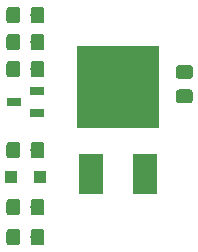
<source format=gbr>
G04 #@! TF.GenerationSoftware,KiCad,Pcbnew,(5.1.2)-2*
G04 #@! TF.CreationDate,2019-11-06T08:40:08+07:00*
G04 #@! TF.ProjectId,ph_vresistor_pos_sensor_board_hw,70685f76-7265-4736-9973-746f725f706f,rev?*
G04 #@! TF.SameCoordinates,Original*
G04 #@! TF.FileFunction,Paste,Top*
G04 #@! TF.FilePolarity,Positive*
%FSLAX46Y46*%
G04 Gerber Fmt 4.6, Leading zero omitted, Abs format (unit mm)*
G04 Created by KiCad (PCBNEW (5.1.2)-2) date 2019-11-06 08:40:08*
%MOMM*%
%LPD*%
G04 APERTURE LIST*
%ADD10C,0.100000*%
%ADD11C,1.150000*%
%ADD12R,1.000000X1.000000*%
%ADD13R,2.000000X3.500000*%
%ADD14R,7.000000X7.000000*%
%ADD15R,1.254000X0.800100*%
G04 APERTURE END LIST*
D10*
G36*
X109306505Y-92265204D02*
G01*
X109330773Y-92268804D01*
X109354572Y-92274765D01*
X109377671Y-92283030D01*
X109399850Y-92293520D01*
X109420893Y-92306132D01*
X109440599Y-92320747D01*
X109458777Y-92337223D01*
X109475253Y-92355401D01*
X109489868Y-92375107D01*
X109502480Y-92396150D01*
X109512970Y-92418329D01*
X109521235Y-92441428D01*
X109527196Y-92465227D01*
X109530796Y-92489495D01*
X109532000Y-92513999D01*
X109532000Y-93414001D01*
X109530796Y-93438505D01*
X109527196Y-93462773D01*
X109521235Y-93486572D01*
X109512970Y-93509671D01*
X109502480Y-93531850D01*
X109489868Y-93552893D01*
X109475253Y-93572599D01*
X109458777Y-93590777D01*
X109440599Y-93607253D01*
X109420893Y-93621868D01*
X109399850Y-93634480D01*
X109377671Y-93644970D01*
X109354572Y-93653235D01*
X109330773Y-93659196D01*
X109306505Y-93662796D01*
X109282001Y-93664000D01*
X108631999Y-93664000D01*
X108607495Y-93662796D01*
X108583227Y-93659196D01*
X108559428Y-93653235D01*
X108536329Y-93644970D01*
X108514150Y-93634480D01*
X108493107Y-93621868D01*
X108473401Y-93607253D01*
X108455223Y-93590777D01*
X108438747Y-93572599D01*
X108424132Y-93552893D01*
X108411520Y-93531850D01*
X108401030Y-93509671D01*
X108392765Y-93486572D01*
X108386804Y-93462773D01*
X108383204Y-93438505D01*
X108382000Y-93414001D01*
X108382000Y-92513999D01*
X108383204Y-92489495D01*
X108386804Y-92465227D01*
X108392765Y-92441428D01*
X108401030Y-92418329D01*
X108411520Y-92396150D01*
X108424132Y-92375107D01*
X108438747Y-92355401D01*
X108455223Y-92337223D01*
X108473401Y-92320747D01*
X108493107Y-92306132D01*
X108514150Y-92293520D01*
X108536329Y-92283030D01*
X108559428Y-92274765D01*
X108583227Y-92268804D01*
X108607495Y-92265204D01*
X108631999Y-92264000D01*
X109282001Y-92264000D01*
X109306505Y-92265204D01*
X109306505Y-92265204D01*
G37*
D11*
X108957000Y-92964000D03*
D10*
G36*
X111356505Y-92265204D02*
G01*
X111380773Y-92268804D01*
X111404572Y-92274765D01*
X111427671Y-92283030D01*
X111449850Y-92293520D01*
X111470893Y-92306132D01*
X111490599Y-92320747D01*
X111508777Y-92337223D01*
X111525253Y-92355401D01*
X111539868Y-92375107D01*
X111552480Y-92396150D01*
X111562970Y-92418329D01*
X111571235Y-92441428D01*
X111577196Y-92465227D01*
X111580796Y-92489495D01*
X111582000Y-92513999D01*
X111582000Y-93414001D01*
X111580796Y-93438505D01*
X111577196Y-93462773D01*
X111571235Y-93486572D01*
X111562970Y-93509671D01*
X111552480Y-93531850D01*
X111539868Y-93552893D01*
X111525253Y-93572599D01*
X111508777Y-93590777D01*
X111490599Y-93607253D01*
X111470893Y-93621868D01*
X111449850Y-93634480D01*
X111427671Y-93644970D01*
X111404572Y-93653235D01*
X111380773Y-93659196D01*
X111356505Y-93662796D01*
X111332001Y-93664000D01*
X110681999Y-93664000D01*
X110657495Y-93662796D01*
X110633227Y-93659196D01*
X110609428Y-93653235D01*
X110586329Y-93644970D01*
X110564150Y-93634480D01*
X110543107Y-93621868D01*
X110523401Y-93607253D01*
X110505223Y-93590777D01*
X110488747Y-93572599D01*
X110474132Y-93552893D01*
X110461520Y-93531850D01*
X110451030Y-93509671D01*
X110442765Y-93486572D01*
X110436804Y-93462773D01*
X110433204Y-93438505D01*
X110432000Y-93414001D01*
X110432000Y-92513999D01*
X110433204Y-92489495D01*
X110436804Y-92465227D01*
X110442765Y-92441428D01*
X110451030Y-92418329D01*
X110461520Y-92396150D01*
X110474132Y-92375107D01*
X110488747Y-92355401D01*
X110505223Y-92337223D01*
X110523401Y-92320747D01*
X110543107Y-92306132D01*
X110564150Y-92293520D01*
X110586329Y-92283030D01*
X110609428Y-92274765D01*
X110633227Y-92268804D01*
X110657495Y-92265204D01*
X110681999Y-92264000D01*
X111332001Y-92264000D01*
X111356505Y-92265204D01*
X111356505Y-92265204D01*
G37*
D11*
X111007000Y-92964000D03*
D10*
G36*
X109306505Y-73469204D02*
G01*
X109330773Y-73472804D01*
X109354572Y-73478765D01*
X109377671Y-73487030D01*
X109399850Y-73497520D01*
X109420893Y-73510132D01*
X109440599Y-73524747D01*
X109458777Y-73541223D01*
X109475253Y-73559401D01*
X109489868Y-73579107D01*
X109502480Y-73600150D01*
X109512970Y-73622329D01*
X109521235Y-73645428D01*
X109527196Y-73669227D01*
X109530796Y-73693495D01*
X109532000Y-73717999D01*
X109532000Y-74618001D01*
X109530796Y-74642505D01*
X109527196Y-74666773D01*
X109521235Y-74690572D01*
X109512970Y-74713671D01*
X109502480Y-74735850D01*
X109489868Y-74756893D01*
X109475253Y-74776599D01*
X109458777Y-74794777D01*
X109440599Y-74811253D01*
X109420893Y-74825868D01*
X109399850Y-74838480D01*
X109377671Y-74848970D01*
X109354572Y-74857235D01*
X109330773Y-74863196D01*
X109306505Y-74866796D01*
X109282001Y-74868000D01*
X108631999Y-74868000D01*
X108607495Y-74866796D01*
X108583227Y-74863196D01*
X108559428Y-74857235D01*
X108536329Y-74848970D01*
X108514150Y-74838480D01*
X108493107Y-74825868D01*
X108473401Y-74811253D01*
X108455223Y-74794777D01*
X108438747Y-74776599D01*
X108424132Y-74756893D01*
X108411520Y-74735850D01*
X108401030Y-74713671D01*
X108392765Y-74690572D01*
X108386804Y-74666773D01*
X108383204Y-74642505D01*
X108382000Y-74618001D01*
X108382000Y-73717999D01*
X108383204Y-73693495D01*
X108386804Y-73669227D01*
X108392765Y-73645428D01*
X108401030Y-73622329D01*
X108411520Y-73600150D01*
X108424132Y-73579107D01*
X108438747Y-73559401D01*
X108455223Y-73541223D01*
X108473401Y-73524747D01*
X108493107Y-73510132D01*
X108514150Y-73497520D01*
X108536329Y-73487030D01*
X108559428Y-73478765D01*
X108583227Y-73472804D01*
X108607495Y-73469204D01*
X108631999Y-73468000D01*
X109282001Y-73468000D01*
X109306505Y-73469204D01*
X109306505Y-73469204D01*
G37*
D11*
X108957000Y-74168000D03*
D10*
G36*
X111356505Y-73469204D02*
G01*
X111380773Y-73472804D01*
X111404572Y-73478765D01*
X111427671Y-73487030D01*
X111449850Y-73497520D01*
X111470893Y-73510132D01*
X111490599Y-73524747D01*
X111508777Y-73541223D01*
X111525253Y-73559401D01*
X111539868Y-73579107D01*
X111552480Y-73600150D01*
X111562970Y-73622329D01*
X111571235Y-73645428D01*
X111577196Y-73669227D01*
X111580796Y-73693495D01*
X111582000Y-73717999D01*
X111582000Y-74618001D01*
X111580796Y-74642505D01*
X111577196Y-74666773D01*
X111571235Y-74690572D01*
X111562970Y-74713671D01*
X111552480Y-74735850D01*
X111539868Y-74756893D01*
X111525253Y-74776599D01*
X111508777Y-74794777D01*
X111490599Y-74811253D01*
X111470893Y-74825868D01*
X111449850Y-74838480D01*
X111427671Y-74848970D01*
X111404572Y-74857235D01*
X111380773Y-74863196D01*
X111356505Y-74866796D01*
X111332001Y-74868000D01*
X110681999Y-74868000D01*
X110657495Y-74866796D01*
X110633227Y-74863196D01*
X110609428Y-74857235D01*
X110586329Y-74848970D01*
X110564150Y-74838480D01*
X110543107Y-74825868D01*
X110523401Y-74811253D01*
X110505223Y-74794777D01*
X110488747Y-74776599D01*
X110474132Y-74756893D01*
X110461520Y-74735850D01*
X110451030Y-74713671D01*
X110442765Y-74690572D01*
X110436804Y-74666773D01*
X110433204Y-74642505D01*
X110432000Y-74618001D01*
X110432000Y-73717999D01*
X110433204Y-73693495D01*
X110436804Y-73669227D01*
X110442765Y-73645428D01*
X110451030Y-73622329D01*
X110461520Y-73600150D01*
X110474132Y-73579107D01*
X110488747Y-73559401D01*
X110505223Y-73541223D01*
X110523401Y-73524747D01*
X110543107Y-73510132D01*
X110564150Y-73497520D01*
X110586329Y-73487030D01*
X110609428Y-73478765D01*
X110633227Y-73472804D01*
X110657495Y-73469204D01*
X110681999Y-73468000D01*
X111332001Y-73468000D01*
X111356505Y-73469204D01*
X111356505Y-73469204D01*
G37*
D11*
X111007000Y-74168000D03*
D10*
G36*
X109306505Y-78041204D02*
G01*
X109330773Y-78044804D01*
X109354572Y-78050765D01*
X109377671Y-78059030D01*
X109399850Y-78069520D01*
X109420893Y-78082132D01*
X109440599Y-78096747D01*
X109458777Y-78113223D01*
X109475253Y-78131401D01*
X109489868Y-78151107D01*
X109502480Y-78172150D01*
X109512970Y-78194329D01*
X109521235Y-78217428D01*
X109527196Y-78241227D01*
X109530796Y-78265495D01*
X109532000Y-78289999D01*
X109532000Y-79190001D01*
X109530796Y-79214505D01*
X109527196Y-79238773D01*
X109521235Y-79262572D01*
X109512970Y-79285671D01*
X109502480Y-79307850D01*
X109489868Y-79328893D01*
X109475253Y-79348599D01*
X109458777Y-79366777D01*
X109440599Y-79383253D01*
X109420893Y-79397868D01*
X109399850Y-79410480D01*
X109377671Y-79420970D01*
X109354572Y-79429235D01*
X109330773Y-79435196D01*
X109306505Y-79438796D01*
X109282001Y-79440000D01*
X108631999Y-79440000D01*
X108607495Y-79438796D01*
X108583227Y-79435196D01*
X108559428Y-79429235D01*
X108536329Y-79420970D01*
X108514150Y-79410480D01*
X108493107Y-79397868D01*
X108473401Y-79383253D01*
X108455223Y-79366777D01*
X108438747Y-79348599D01*
X108424132Y-79328893D01*
X108411520Y-79307850D01*
X108401030Y-79285671D01*
X108392765Y-79262572D01*
X108386804Y-79238773D01*
X108383204Y-79214505D01*
X108382000Y-79190001D01*
X108382000Y-78289999D01*
X108383204Y-78265495D01*
X108386804Y-78241227D01*
X108392765Y-78217428D01*
X108401030Y-78194329D01*
X108411520Y-78172150D01*
X108424132Y-78151107D01*
X108438747Y-78131401D01*
X108455223Y-78113223D01*
X108473401Y-78096747D01*
X108493107Y-78082132D01*
X108514150Y-78069520D01*
X108536329Y-78059030D01*
X108559428Y-78050765D01*
X108583227Y-78044804D01*
X108607495Y-78041204D01*
X108631999Y-78040000D01*
X109282001Y-78040000D01*
X109306505Y-78041204D01*
X109306505Y-78041204D01*
G37*
D11*
X108957000Y-78740000D03*
D10*
G36*
X111356505Y-78041204D02*
G01*
X111380773Y-78044804D01*
X111404572Y-78050765D01*
X111427671Y-78059030D01*
X111449850Y-78069520D01*
X111470893Y-78082132D01*
X111490599Y-78096747D01*
X111508777Y-78113223D01*
X111525253Y-78131401D01*
X111539868Y-78151107D01*
X111552480Y-78172150D01*
X111562970Y-78194329D01*
X111571235Y-78217428D01*
X111577196Y-78241227D01*
X111580796Y-78265495D01*
X111582000Y-78289999D01*
X111582000Y-79190001D01*
X111580796Y-79214505D01*
X111577196Y-79238773D01*
X111571235Y-79262572D01*
X111562970Y-79285671D01*
X111552480Y-79307850D01*
X111539868Y-79328893D01*
X111525253Y-79348599D01*
X111508777Y-79366777D01*
X111490599Y-79383253D01*
X111470893Y-79397868D01*
X111449850Y-79410480D01*
X111427671Y-79420970D01*
X111404572Y-79429235D01*
X111380773Y-79435196D01*
X111356505Y-79438796D01*
X111332001Y-79440000D01*
X110681999Y-79440000D01*
X110657495Y-79438796D01*
X110633227Y-79435196D01*
X110609428Y-79429235D01*
X110586329Y-79420970D01*
X110564150Y-79410480D01*
X110543107Y-79397868D01*
X110523401Y-79383253D01*
X110505223Y-79366777D01*
X110488747Y-79348599D01*
X110474132Y-79328893D01*
X110461520Y-79307850D01*
X110451030Y-79285671D01*
X110442765Y-79262572D01*
X110436804Y-79238773D01*
X110433204Y-79214505D01*
X110432000Y-79190001D01*
X110432000Y-78289999D01*
X110433204Y-78265495D01*
X110436804Y-78241227D01*
X110442765Y-78217428D01*
X110451030Y-78194329D01*
X110461520Y-78172150D01*
X110474132Y-78151107D01*
X110488747Y-78131401D01*
X110505223Y-78113223D01*
X110523401Y-78096747D01*
X110543107Y-78082132D01*
X110564150Y-78069520D01*
X110586329Y-78059030D01*
X110609428Y-78050765D01*
X110633227Y-78044804D01*
X110657495Y-78041204D01*
X110681999Y-78040000D01*
X111332001Y-78040000D01*
X111356505Y-78041204D01*
X111356505Y-78041204D01*
G37*
D11*
X111007000Y-78740000D03*
D12*
X108732000Y-87884000D03*
X111232000Y-87884000D03*
D10*
G36*
X123918505Y-78411204D02*
G01*
X123942773Y-78414804D01*
X123966572Y-78420765D01*
X123989671Y-78429030D01*
X124011850Y-78439520D01*
X124032893Y-78452132D01*
X124052599Y-78466747D01*
X124070777Y-78483223D01*
X124087253Y-78501401D01*
X124101868Y-78521107D01*
X124114480Y-78542150D01*
X124124970Y-78564329D01*
X124133235Y-78587428D01*
X124139196Y-78611227D01*
X124142796Y-78635495D01*
X124144000Y-78659999D01*
X124144000Y-79310001D01*
X124142796Y-79334505D01*
X124139196Y-79358773D01*
X124133235Y-79382572D01*
X124124970Y-79405671D01*
X124114480Y-79427850D01*
X124101868Y-79448893D01*
X124087253Y-79468599D01*
X124070777Y-79486777D01*
X124052599Y-79503253D01*
X124032893Y-79517868D01*
X124011850Y-79530480D01*
X123989671Y-79540970D01*
X123966572Y-79549235D01*
X123942773Y-79555196D01*
X123918505Y-79558796D01*
X123894001Y-79560000D01*
X122993999Y-79560000D01*
X122969495Y-79558796D01*
X122945227Y-79555196D01*
X122921428Y-79549235D01*
X122898329Y-79540970D01*
X122876150Y-79530480D01*
X122855107Y-79517868D01*
X122835401Y-79503253D01*
X122817223Y-79486777D01*
X122800747Y-79468599D01*
X122786132Y-79448893D01*
X122773520Y-79427850D01*
X122763030Y-79405671D01*
X122754765Y-79382572D01*
X122748804Y-79358773D01*
X122745204Y-79334505D01*
X122744000Y-79310001D01*
X122744000Y-78659999D01*
X122745204Y-78635495D01*
X122748804Y-78611227D01*
X122754765Y-78587428D01*
X122763030Y-78564329D01*
X122773520Y-78542150D01*
X122786132Y-78521107D01*
X122800747Y-78501401D01*
X122817223Y-78483223D01*
X122835401Y-78466747D01*
X122855107Y-78452132D01*
X122876150Y-78439520D01*
X122898329Y-78429030D01*
X122921428Y-78420765D01*
X122945227Y-78414804D01*
X122969495Y-78411204D01*
X122993999Y-78410000D01*
X123894001Y-78410000D01*
X123918505Y-78411204D01*
X123918505Y-78411204D01*
G37*
D11*
X123444000Y-78985000D03*
D10*
G36*
X123918505Y-80461204D02*
G01*
X123942773Y-80464804D01*
X123966572Y-80470765D01*
X123989671Y-80479030D01*
X124011850Y-80489520D01*
X124032893Y-80502132D01*
X124052599Y-80516747D01*
X124070777Y-80533223D01*
X124087253Y-80551401D01*
X124101868Y-80571107D01*
X124114480Y-80592150D01*
X124124970Y-80614329D01*
X124133235Y-80637428D01*
X124139196Y-80661227D01*
X124142796Y-80685495D01*
X124144000Y-80709999D01*
X124144000Y-81360001D01*
X124142796Y-81384505D01*
X124139196Y-81408773D01*
X124133235Y-81432572D01*
X124124970Y-81455671D01*
X124114480Y-81477850D01*
X124101868Y-81498893D01*
X124087253Y-81518599D01*
X124070777Y-81536777D01*
X124052599Y-81553253D01*
X124032893Y-81567868D01*
X124011850Y-81580480D01*
X123989671Y-81590970D01*
X123966572Y-81599235D01*
X123942773Y-81605196D01*
X123918505Y-81608796D01*
X123894001Y-81610000D01*
X122993999Y-81610000D01*
X122969495Y-81608796D01*
X122945227Y-81605196D01*
X122921428Y-81599235D01*
X122898329Y-81590970D01*
X122876150Y-81580480D01*
X122855107Y-81567868D01*
X122835401Y-81553253D01*
X122817223Y-81536777D01*
X122800747Y-81518599D01*
X122786132Y-81498893D01*
X122773520Y-81477850D01*
X122763030Y-81455671D01*
X122754765Y-81432572D01*
X122748804Y-81408773D01*
X122745204Y-81384505D01*
X122744000Y-81360001D01*
X122744000Y-80709999D01*
X122745204Y-80685495D01*
X122748804Y-80661227D01*
X122754765Y-80637428D01*
X122763030Y-80614329D01*
X122773520Y-80592150D01*
X122786132Y-80571107D01*
X122800747Y-80551401D01*
X122817223Y-80533223D01*
X122835401Y-80516747D01*
X122855107Y-80502132D01*
X122876150Y-80489520D01*
X122898329Y-80479030D01*
X122921428Y-80470765D01*
X122945227Y-80464804D01*
X122969495Y-80461204D01*
X122993999Y-80460000D01*
X123894001Y-80460000D01*
X123918505Y-80461204D01*
X123918505Y-80461204D01*
G37*
D11*
X123444000Y-81035000D03*
D10*
G36*
X109306505Y-89725204D02*
G01*
X109330773Y-89728804D01*
X109354572Y-89734765D01*
X109377671Y-89743030D01*
X109399850Y-89753520D01*
X109420893Y-89766132D01*
X109440599Y-89780747D01*
X109458777Y-89797223D01*
X109475253Y-89815401D01*
X109489868Y-89835107D01*
X109502480Y-89856150D01*
X109512970Y-89878329D01*
X109521235Y-89901428D01*
X109527196Y-89925227D01*
X109530796Y-89949495D01*
X109532000Y-89973999D01*
X109532000Y-90874001D01*
X109530796Y-90898505D01*
X109527196Y-90922773D01*
X109521235Y-90946572D01*
X109512970Y-90969671D01*
X109502480Y-90991850D01*
X109489868Y-91012893D01*
X109475253Y-91032599D01*
X109458777Y-91050777D01*
X109440599Y-91067253D01*
X109420893Y-91081868D01*
X109399850Y-91094480D01*
X109377671Y-91104970D01*
X109354572Y-91113235D01*
X109330773Y-91119196D01*
X109306505Y-91122796D01*
X109282001Y-91124000D01*
X108631999Y-91124000D01*
X108607495Y-91122796D01*
X108583227Y-91119196D01*
X108559428Y-91113235D01*
X108536329Y-91104970D01*
X108514150Y-91094480D01*
X108493107Y-91081868D01*
X108473401Y-91067253D01*
X108455223Y-91050777D01*
X108438747Y-91032599D01*
X108424132Y-91012893D01*
X108411520Y-90991850D01*
X108401030Y-90969671D01*
X108392765Y-90946572D01*
X108386804Y-90922773D01*
X108383204Y-90898505D01*
X108382000Y-90874001D01*
X108382000Y-89973999D01*
X108383204Y-89949495D01*
X108386804Y-89925227D01*
X108392765Y-89901428D01*
X108401030Y-89878329D01*
X108411520Y-89856150D01*
X108424132Y-89835107D01*
X108438747Y-89815401D01*
X108455223Y-89797223D01*
X108473401Y-89780747D01*
X108493107Y-89766132D01*
X108514150Y-89753520D01*
X108536329Y-89743030D01*
X108559428Y-89734765D01*
X108583227Y-89728804D01*
X108607495Y-89725204D01*
X108631999Y-89724000D01*
X109282001Y-89724000D01*
X109306505Y-89725204D01*
X109306505Y-89725204D01*
G37*
D11*
X108957000Y-90424000D03*
D10*
G36*
X111356505Y-89725204D02*
G01*
X111380773Y-89728804D01*
X111404572Y-89734765D01*
X111427671Y-89743030D01*
X111449850Y-89753520D01*
X111470893Y-89766132D01*
X111490599Y-89780747D01*
X111508777Y-89797223D01*
X111525253Y-89815401D01*
X111539868Y-89835107D01*
X111552480Y-89856150D01*
X111562970Y-89878329D01*
X111571235Y-89901428D01*
X111577196Y-89925227D01*
X111580796Y-89949495D01*
X111582000Y-89973999D01*
X111582000Y-90874001D01*
X111580796Y-90898505D01*
X111577196Y-90922773D01*
X111571235Y-90946572D01*
X111562970Y-90969671D01*
X111552480Y-90991850D01*
X111539868Y-91012893D01*
X111525253Y-91032599D01*
X111508777Y-91050777D01*
X111490599Y-91067253D01*
X111470893Y-91081868D01*
X111449850Y-91094480D01*
X111427671Y-91104970D01*
X111404572Y-91113235D01*
X111380773Y-91119196D01*
X111356505Y-91122796D01*
X111332001Y-91124000D01*
X110681999Y-91124000D01*
X110657495Y-91122796D01*
X110633227Y-91119196D01*
X110609428Y-91113235D01*
X110586329Y-91104970D01*
X110564150Y-91094480D01*
X110543107Y-91081868D01*
X110523401Y-91067253D01*
X110505223Y-91050777D01*
X110488747Y-91032599D01*
X110474132Y-91012893D01*
X110461520Y-90991850D01*
X110451030Y-90969671D01*
X110442765Y-90946572D01*
X110436804Y-90922773D01*
X110433204Y-90898505D01*
X110432000Y-90874001D01*
X110432000Y-89973999D01*
X110433204Y-89949495D01*
X110436804Y-89925227D01*
X110442765Y-89901428D01*
X110451030Y-89878329D01*
X110461520Y-89856150D01*
X110474132Y-89835107D01*
X110488747Y-89815401D01*
X110505223Y-89797223D01*
X110523401Y-89780747D01*
X110543107Y-89766132D01*
X110564150Y-89753520D01*
X110586329Y-89743030D01*
X110609428Y-89734765D01*
X110633227Y-89728804D01*
X110657495Y-89725204D01*
X110681999Y-89724000D01*
X111332001Y-89724000D01*
X111356505Y-89725204D01*
X111356505Y-89725204D01*
G37*
D11*
X111007000Y-90424000D03*
D10*
G36*
X109306505Y-75755204D02*
G01*
X109330773Y-75758804D01*
X109354572Y-75764765D01*
X109377671Y-75773030D01*
X109399850Y-75783520D01*
X109420893Y-75796132D01*
X109440599Y-75810747D01*
X109458777Y-75827223D01*
X109475253Y-75845401D01*
X109489868Y-75865107D01*
X109502480Y-75886150D01*
X109512970Y-75908329D01*
X109521235Y-75931428D01*
X109527196Y-75955227D01*
X109530796Y-75979495D01*
X109532000Y-76003999D01*
X109532000Y-76904001D01*
X109530796Y-76928505D01*
X109527196Y-76952773D01*
X109521235Y-76976572D01*
X109512970Y-76999671D01*
X109502480Y-77021850D01*
X109489868Y-77042893D01*
X109475253Y-77062599D01*
X109458777Y-77080777D01*
X109440599Y-77097253D01*
X109420893Y-77111868D01*
X109399850Y-77124480D01*
X109377671Y-77134970D01*
X109354572Y-77143235D01*
X109330773Y-77149196D01*
X109306505Y-77152796D01*
X109282001Y-77154000D01*
X108631999Y-77154000D01*
X108607495Y-77152796D01*
X108583227Y-77149196D01*
X108559428Y-77143235D01*
X108536329Y-77134970D01*
X108514150Y-77124480D01*
X108493107Y-77111868D01*
X108473401Y-77097253D01*
X108455223Y-77080777D01*
X108438747Y-77062599D01*
X108424132Y-77042893D01*
X108411520Y-77021850D01*
X108401030Y-76999671D01*
X108392765Y-76976572D01*
X108386804Y-76952773D01*
X108383204Y-76928505D01*
X108382000Y-76904001D01*
X108382000Y-76003999D01*
X108383204Y-75979495D01*
X108386804Y-75955227D01*
X108392765Y-75931428D01*
X108401030Y-75908329D01*
X108411520Y-75886150D01*
X108424132Y-75865107D01*
X108438747Y-75845401D01*
X108455223Y-75827223D01*
X108473401Y-75810747D01*
X108493107Y-75796132D01*
X108514150Y-75783520D01*
X108536329Y-75773030D01*
X108559428Y-75764765D01*
X108583227Y-75758804D01*
X108607495Y-75755204D01*
X108631999Y-75754000D01*
X109282001Y-75754000D01*
X109306505Y-75755204D01*
X109306505Y-75755204D01*
G37*
D11*
X108957000Y-76454000D03*
D10*
G36*
X111356505Y-75755204D02*
G01*
X111380773Y-75758804D01*
X111404572Y-75764765D01*
X111427671Y-75773030D01*
X111449850Y-75783520D01*
X111470893Y-75796132D01*
X111490599Y-75810747D01*
X111508777Y-75827223D01*
X111525253Y-75845401D01*
X111539868Y-75865107D01*
X111552480Y-75886150D01*
X111562970Y-75908329D01*
X111571235Y-75931428D01*
X111577196Y-75955227D01*
X111580796Y-75979495D01*
X111582000Y-76003999D01*
X111582000Y-76904001D01*
X111580796Y-76928505D01*
X111577196Y-76952773D01*
X111571235Y-76976572D01*
X111562970Y-76999671D01*
X111552480Y-77021850D01*
X111539868Y-77042893D01*
X111525253Y-77062599D01*
X111508777Y-77080777D01*
X111490599Y-77097253D01*
X111470893Y-77111868D01*
X111449850Y-77124480D01*
X111427671Y-77134970D01*
X111404572Y-77143235D01*
X111380773Y-77149196D01*
X111356505Y-77152796D01*
X111332001Y-77154000D01*
X110681999Y-77154000D01*
X110657495Y-77152796D01*
X110633227Y-77149196D01*
X110609428Y-77143235D01*
X110586329Y-77134970D01*
X110564150Y-77124480D01*
X110543107Y-77111868D01*
X110523401Y-77097253D01*
X110505223Y-77080777D01*
X110488747Y-77062599D01*
X110474132Y-77042893D01*
X110461520Y-77021850D01*
X110451030Y-76999671D01*
X110442765Y-76976572D01*
X110436804Y-76952773D01*
X110433204Y-76928505D01*
X110432000Y-76904001D01*
X110432000Y-76003999D01*
X110433204Y-75979495D01*
X110436804Y-75955227D01*
X110442765Y-75931428D01*
X110451030Y-75908329D01*
X110461520Y-75886150D01*
X110474132Y-75865107D01*
X110488747Y-75845401D01*
X110505223Y-75827223D01*
X110523401Y-75810747D01*
X110543107Y-75796132D01*
X110564150Y-75783520D01*
X110586329Y-75773030D01*
X110609428Y-75764765D01*
X110633227Y-75758804D01*
X110657495Y-75755204D01*
X110681999Y-75754000D01*
X111332001Y-75754000D01*
X111356505Y-75755204D01*
X111356505Y-75755204D01*
G37*
D11*
X111007000Y-76454000D03*
D10*
G36*
X109306505Y-84899204D02*
G01*
X109330773Y-84902804D01*
X109354572Y-84908765D01*
X109377671Y-84917030D01*
X109399850Y-84927520D01*
X109420893Y-84940132D01*
X109440599Y-84954747D01*
X109458777Y-84971223D01*
X109475253Y-84989401D01*
X109489868Y-85009107D01*
X109502480Y-85030150D01*
X109512970Y-85052329D01*
X109521235Y-85075428D01*
X109527196Y-85099227D01*
X109530796Y-85123495D01*
X109532000Y-85147999D01*
X109532000Y-86048001D01*
X109530796Y-86072505D01*
X109527196Y-86096773D01*
X109521235Y-86120572D01*
X109512970Y-86143671D01*
X109502480Y-86165850D01*
X109489868Y-86186893D01*
X109475253Y-86206599D01*
X109458777Y-86224777D01*
X109440599Y-86241253D01*
X109420893Y-86255868D01*
X109399850Y-86268480D01*
X109377671Y-86278970D01*
X109354572Y-86287235D01*
X109330773Y-86293196D01*
X109306505Y-86296796D01*
X109282001Y-86298000D01*
X108631999Y-86298000D01*
X108607495Y-86296796D01*
X108583227Y-86293196D01*
X108559428Y-86287235D01*
X108536329Y-86278970D01*
X108514150Y-86268480D01*
X108493107Y-86255868D01*
X108473401Y-86241253D01*
X108455223Y-86224777D01*
X108438747Y-86206599D01*
X108424132Y-86186893D01*
X108411520Y-86165850D01*
X108401030Y-86143671D01*
X108392765Y-86120572D01*
X108386804Y-86096773D01*
X108383204Y-86072505D01*
X108382000Y-86048001D01*
X108382000Y-85147999D01*
X108383204Y-85123495D01*
X108386804Y-85099227D01*
X108392765Y-85075428D01*
X108401030Y-85052329D01*
X108411520Y-85030150D01*
X108424132Y-85009107D01*
X108438747Y-84989401D01*
X108455223Y-84971223D01*
X108473401Y-84954747D01*
X108493107Y-84940132D01*
X108514150Y-84927520D01*
X108536329Y-84917030D01*
X108559428Y-84908765D01*
X108583227Y-84902804D01*
X108607495Y-84899204D01*
X108631999Y-84898000D01*
X109282001Y-84898000D01*
X109306505Y-84899204D01*
X109306505Y-84899204D01*
G37*
D11*
X108957000Y-85598000D03*
D10*
G36*
X111356505Y-84899204D02*
G01*
X111380773Y-84902804D01*
X111404572Y-84908765D01*
X111427671Y-84917030D01*
X111449850Y-84927520D01*
X111470893Y-84940132D01*
X111490599Y-84954747D01*
X111508777Y-84971223D01*
X111525253Y-84989401D01*
X111539868Y-85009107D01*
X111552480Y-85030150D01*
X111562970Y-85052329D01*
X111571235Y-85075428D01*
X111577196Y-85099227D01*
X111580796Y-85123495D01*
X111582000Y-85147999D01*
X111582000Y-86048001D01*
X111580796Y-86072505D01*
X111577196Y-86096773D01*
X111571235Y-86120572D01*
X111562970Y-86143671D01*
X111552480Y-86165850D01*
X111539868Y-86186893D01*
X111525253Y-86206599D01*
X111508777Y-86224777D01*
X111490599Y-86241253D01*
X111470893Y-86255868D01*
X111449850Y-86268480D01*
X111427671Y-86278970D01*
X111404572Y-86287235D01*
X111380773Y-86293196D01*
X111356505Y-86296796D01*
X111332001Y-86298000D01*
X110681999Y-86298000D01*
X110657495Y-86296796D01*
X110633227Y-86293196D01*
X110609428Y-86287235D01*
X110586329Y-86278970D01*
X110564150Y-86268480D01*
X110543107Y-86255868D01*
X110523401Y-86241253D01*
X110505223Y-86224777D01*
X110488747Y-86206599D01*
X110474132Y-86186893D01*
X110461520Y-86165850D01*
X110451030Y-86143671D01*
X110442765Y-86120572D01*
X110436804Y-86096773D01*
X110433204Y-86072505D01*
X110432000Y-86048001D01*
X110432000Y-85147999D01*
X110433204Y-85123495D01*
X110436804Y-85099227D01*
X110442765Y-85075428D01*
X110451030Y-85052329D01*
X110461520Y-85030150D01*
X110474132Y-85009107D01*
X110488747Y-84989401D01*
X110505223Y-84971223D01*
X110523401Y-84954747D01*
X110543107Y-84940132D01*
X110564150Y-84927520D01*
X110586329Y-84917030D01*
X110609428Y-84908765D01*
X110633227Y-84902804D01*
X110657495Y-84899204D01*
X110681999Y-84898000D01*
X111332001Y-84898000D01*
X111356505Y-84899204D01*
X111356505Y-84899204D01*
G37*
D11*
X111007000Y-85598000D03*
D13*
X115556000Y-87633000D03*
X120136000Y-87633000D03*
D14*
X117856000Y-80233000D03*
D15*
X110982760Y-82484000D03*
X110982760Y-80584000D03*
X108982000Y-81534000D03*
M02*

</source>
